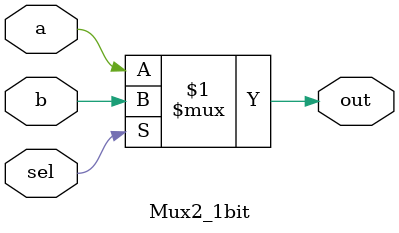
<source format=v>
module Mux2_1bit(a, b, sel, out);
    input a, b, sel;
    output out;
    
    assign out = sel ? b : a;
endmodule
</source>
